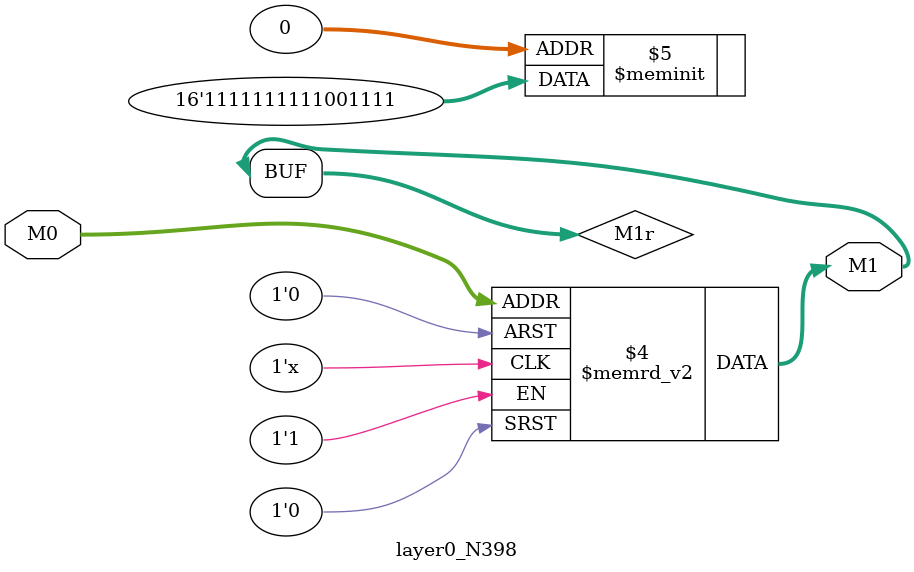
<source format=v>
module layer0_N398 ( input [2:0] M0, output [1:0] M1 );

	(*rom_style = "distributed" *) reg [1:0] M1r;
	assign M1 = M1r;
	always @ (M0) begin
		case (M0)
			3'b000: M1r = 2'b11;
			3'b100: M1r = 2'b11;
			3'b010: M1r = 2'b00;
			3'b110: M1r = 2'b11;
			3'b001: M1r = 2'b11;
			3'b101: M1r = 2'b11;
			3'b011: M1r = 2'b11;
			3'b111: M1r = 2'b11;

		endcase
	end
endmodule

</source>
